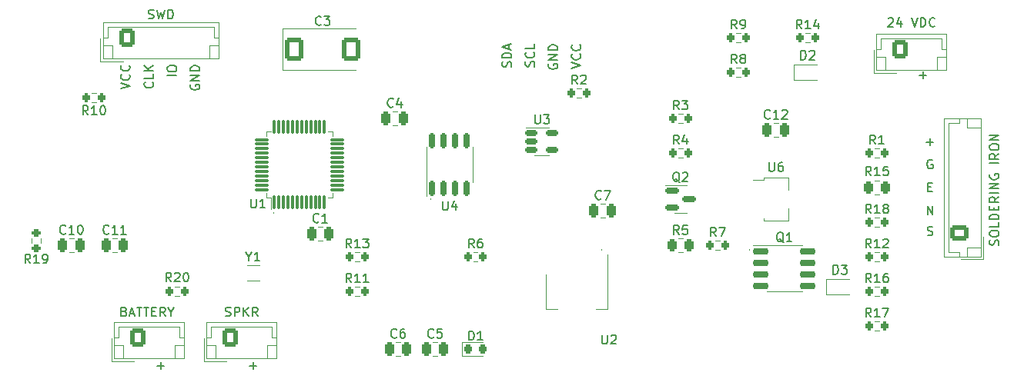
<source format=gbr>
%TF.GenerationSoftware,KiCad,Pcbnew,(6.0.4)*%
%TF.CreationDate,2022-05-05T14:57:31-04:00*%
%TF.ProjectId,KSGER Controller,4b534745-5220-4436-9f6e-74726f6c6c65,rev?*%
%TF.SameCoordinates,Original*%
%TF.FileFunction,Legend,Top*%
%TF.FilePolarity,Positive*%
%FSLAX46Y46*%
G04 Gerber Fmt 4.6, Leading zero omitted, Abs format (unit mm)*
G04 Created by KiCad (PCBNEW (6.0.4)) date 2022-05-05 14:57:31*
%MOMM*%
%LPD*%
G01*
G04 APERTURE LIST*
G04 Aperture macros list*
%AMRoundRect*
0 Rectangle with rounded corners*
0 $1 Rounding radius*
0 $2 $3 $4 $5 $6 $7 $8 $9 X,Y pos of 4 corners*
0 Add a 4 corners polygon primitive as box body*
4,1,4,$2,$3,$4,$5,$6,$7,$8,$9,$2,$3,0*
0 Add four circle primitives for the rounded corners*
1,1,$1+$1,$2,$3*
1,1,$1+$1,$4,$5*
1,1,$1+$1,$6,$7*
1,1,$1+$1,$8,$9*
0 Add four rect primitives between the rounded corners*
20,1,$1+$1,$2,$3,$4,$5,0*
20,1,$1+$1,$4,$5,$6,$7,0*
20,1,$1+$1,$6,$7,$8,$9,0*
20,1,$1+$1,$8,$9,$2,$3,0*%
%AMFreePoly0*
4,1,9,3.862500,-0.866500,0.737500,-0.866500,0.737500,-0.450000,-0.737500,-0.450000,-0.737500,0.450000,0.737500,0.450000,0.737500,0.866500,3.862500,0.866500,3.862500,-0.866500,3.862500,-0.866500,$1*%
G04 Aperture macros list end*
%ADD10C,0.150000*%
%ADD11C,0.120000*%
%ADD12RoundRect,0.150000X-0.512500X-0.150000X0.512500X-0.150000X0.512500X0.150000X-0.512500X0.150000X0*%
%ADD13RoundRect,0.218750X-0.218750X-0.256250X0.218750X-0.256250X0.218750X0.256250X-0.218750X0.256250X0*%
%ADD14C,0.800000*%
%ADD15C,6.400000*%
%ADD16RoundRect,0.250000X-0.250000X-0.475000X0.250000X-0.475000X0.250000X0.475000X-0.250000X0.475000X0*%
%ADD17RoundRect,0.250000X0.725000X-0.600000X0.725000X0.600000X-0.725000X0.600000X-0.725000X-0.600000X0*%
%ADD18O,1.950000X1.700000*%
%ADD19RoundRect,0.200000X-0.200000X-0.275000X0.200000X-0.275000X0.200000X0.275000X-0.200000X0.275000X0*%
%ADD20RoundRect,0.250000X0.262500X0.450000X-0.262500X0.450000X-0.262500X-0.450000X0.262500X-0.450000X0*%
%ADD21RoundRect,0.250000X-0.600000X-0.750000X0.600000X-0.750000X0.600000X0.750000X-0.600000X0.750000X0*%
%ADD22O,1.700000X2.000000*%
%ADD23RoundRect,0.250000X-0.600000X-0.725000X0.600000X-0.725000X0.600000X0.725000X-0.600000X0.725000X0*%
%ADD24O,1.700000X1.950000*%
%ADD25RoundRect,0.150000X-0.587500X-0.150000X0.587500X-0.150000X0.587500X0.150000X-0.587500X0.150000X0*%
%ADD26R,1.300000X0.900000*%
%ADD27FreePoly0,0.000000*%
%ADD28R,1.000000X1.800000*%
%ADD29RoundRect,0.150000X0.150000X-0.675000X0.150000X0.675000X-0.150000X0.675000X-0.150000X-0.675000X0*%
%ADD30RoundRect,0.200000X-0.275000X0.200000X-0.275000X-0.200000X0.275000X-0.200000X0.275000X0.200000X0*%
%ADD31R,0.600000X0.450000*%
%ADD32RoundRect,0.250000X-0.787500X-1.025000X0.787500X-1.025000X0.787500X1.025000X-0.787500X1.025000X0*%
%ADD33R,1.500000X2.000000*%
%ADD34R,3.800000X2.000000*%
%ADD35RoundRect,0.250000X-0.262500X-0.450000X0.262500X-0.450000X0.262500X0.450000X-0.262500X0.450000X0*%
%ADD36RoundRect,0.150000X-0.725000X-0.150000X0.725000X-0.150000X0.725000X0.150000X-0.725000X0.150000X0*%
%ADD37RoundRect,0.200000X0.200000X0.275000X-0.200000X0.275000X-0.200000X-0.275000X0.200000X-0.275000X0*%
%ADD38RoundRect,0.075000X0.075000X-0.662500X0.075000X0.662500X-0.075000X0.662500X-0.075000X-0.662500X0*%
%ADD39RoundRect,0.075000X0.662500X-0.075000X0.662500X0.075000X-0.662500X0.075000X-0.662500X-0.075000X0*%
%ADD40R,2.000000X2.000000*%
%ADD41C,2.000000*%
%ADD42R,2.000000X3.200000*%
%ADD43C,4.500000*%
%ADD44C,1.524000*%
G04 APERTURE END LIST*
D10*
X153924001Y-104648000D02*
G75*
G03*
X153924001Y-104648000I-1J0D01*
G01*
X135128001Y-99060000D02*
G75*
G03*
X135128001Y-99060000I-1J0D01*
G01*
X117856001Y-100584000D02*
G75*
G03*
X117856001Y-100584000I-1J0D01*
G01*
X170180001Y-104648000D02*
G75*
G03*
X170180001Y-104648000I-1J0D01*
G01*
X115189047Y-117419428D02*
X115950952Y-117419428D01*
X115570000Y-117800380D02*
X115570000Y-117038476D01*
X185388571Y-79176619D02*
X185436190Y-79129000D01*
X185531428Y-79081380D01*
X185769523Y-79081380D01*
X185864761Y-79129000D01*
X185912380Y-79176619D01*
X185960000Y-79271857D01*
X185960000Y-79367095D01*
X185912380Y-79509952D01*
X185340952Y-80081380D01*
X185960000Y-80081380D01*
X186817142Y-79414714D02*
X186817142Y-80081380D01*
X186579047Y-79033761D02*
X186340952Y-79748047D01*
X186960000Y-79748047D01*
X187960000Y-79081380D02*
X188293333Y-80081380D01*
X188626666Y-79081380D01*
X188960000Y-80081380D02*
X188960000Y-79081380D01*
X189198095Y-79081380D01*
X189340952Y-79129000D01*
X189436190Y-79224238D01*
X189483809Y-79319476D01*
X189531428Y-79509952D01*
X189531428Y-79652809D01*
X189483809Y-79843285D01*
X189436190Y-79938523D01*
X189340952Y-80033761D01*
X189198095Y-80081380D01*
X188960000Y-80081380D01*
X190531428Y-79986142D02*
X190483809Y-80033761D01*
X190340952Y-80081380D01*
X190245714Y-80081380D01*
X190102857Y-80033761D01*
X190007619Y-79938523D01*
X189960000Y-79843285D01*
X189912380Y-79652809D01*
X189912380Y-79509952D01*
X189960000Y-79319476D01*
X190007619Y-79224238D01*
X190102857Y-79129000D01*
X190245714Y-79081380D01*
X190340952Y-79081380D01*
X190483809Y-79129000D01*
X190531428Y-79176619D01*
X112514285Y-111910761D02*
X112657142Y-111958380D01*
X112895238Y-111958380D01*
X112990476Y-111910761D01*
X113038095Y-111863142D01*
X113085714Y-111767904D01*
X113085714Y-111672666D01*
X113038095Y-111577428D01*
X112990476Y-111529809D01*
X112895238Y-111482190D01*
X112704761Y-111434571D01*
X112609523Y-111386952D01*
X112561904Y-111339333D01*
X112514285Y-111244095D01*
X112514285Y-111148857D01*
X112561904Y-111053619D01*
X112609523Y-111006000D01*
X112704761Y-110958380D01*
X112942857Y-110958380D01*
X113085714Y-111006000D01*
X113514285Y-111958380D02*
X113514285Y-110958380D01*
X113895238Y-110958380D01*
X113990476Y-111006000D01*
X114038095Y-111053619D01*
X114085714Y-111148857D01*
X114085714Y-111291714D01*
X114038095Y-111386952D01*
X113990476Y-111434571D01*
X113895238Y-111482190D01*
X113514285Y-111482190D01*
X114514285Y-111958380D02*
X114514285Y-110958380D01*
X115085714Y-111958380D02*
X114657142Y-111386952D01*
X115085714Y-110958380D02*
X114514285Y-111529809D01*
X116085714Y-111958380D02*
X115752380Y-111482190D01*
X115514285Y-111958380D02*
X115514285Y-110958380D01*
X115895238Y-110958380D01*
X115990476Y-111006000D01*
X116038095Y-111053619D01*
X116085714Y-111148857D01*
X116085714Y-111291714D01*
X116038095Y-111386952D01*
X115990476Y-111434571D01*
X115895238Y-111482190D01*
X115514285Y-111482190D01*
X108720000Y-86457214D02*
X108672380Y-86552452D01*
X108672380Y-86695309D01*
X108720000Y-86838166D01*
X108815238Y-86933404D01*
X108910476Y-86981023D01*
X109100952Y-87028642D01*
X109243809Y-87028642D01*
X109434285Y-86981023D01*
X109529523Y-86933404D01*
X109624761Y-86838166D01*
X109672380Y-86695309D01*
X109672380Y-86600071D01*
X109624761Y-86457214D01*
X109577142Y-86409595D01*
X109243809Y-86409595D01*
X109243809Y-86600071D01*
X109672380Y-85981023D02*
X108672380Y-85981023D01*
X109672380Y-85409595D01*
X108672380Y-85409595D01*
X109672380Y-84933404D02*
X108672380Y-84933404D01*
X108672380Y-84695309D01*
X108720000Y-84552452D01*
X108815238Y-84457214D01*
X108910476Y-84409595D01*
X109100952Y-84361976D01*
X109243809Y-84361976D01*
X109434285Y-84409595D01*
X109529523Y-84457214D01*
X109624761Y-84552452D01*
X109672380Y-84695309D01*
X109672380Y-84933404D01*
X188849047Y-85415428D02*
X189610952Y-85415428D01*
X189230000Y-85796380D02*
X189230000Y-85034476D01*
X105029047Y-117419428D02*
X105790952Y-117419428D01*
X105410000Y-117800380D02*
X105410000Y-117038476D01*
X101003891Y-86905977D02*
X102003891Y-86572644D01*
X101003891Y-86239311D01*
X101908653Y-85334549D02*
X101956272Y-85382168D01*
X102003891Y-85525025D01*
X102003891Y-85620263D01*
X101956272Y-85763120D01*
X101861034Y-85858358D01*
X101765796Y-85905977D01*
X101575320Y-85953596D01*
X101432463Y-85953596D01*
X101241987Y-85905977D01*
X101146749Y-85858358D01*
X101051511Y-85763120D01*
X101003891Y-85620263D01*
X101003891Y-85525025D01*
X101051511Y-85382168D01*
X101099130Y-85334549D01*
X101908653Y-84334549D02*
X101956272Y-84382168D01*
X102003891Y-84525025D01*
X102003891Y-84620263D01*
X101956272Y-84763120D01*
X101861034Y-84858358D01*
X101765796Y-84905977D01*
X101575320Y-84953596D01*
X101432463Y-84953596D01*
X101241987Y-84905977D01*
X101146749Y-84858358D01*
X101051511Y-84763120D01*
X101003891Y-84620263D01*
X101003891Y-84525025D01*
X101051511Y-84382168D01*
X101099130Y-84334549D01*
X107132380Y-85457214D02*
X106132380Y-85457214D01*
X106132380Y-84790547D02*
X106132380Y-84600071D01*
X106180000Y-84504833D01*
X106275238Y-84409595D01*
X106465714Y-84361976D01*
X106799047Y-84361976D01*
X106989523Y-84409595D01*
X107084761Y-84504833D01*
X107132380Y-84600071D01*
X107132380Y-84790547D01*
X107084761Y-84885785D01*
X106989523Y-84981023D01*
X106799047Y-85028642D01*
X106465714Y-85028642D01*
X106275238Y-84981023D01*
X106180000Y-84885785D01*
X106132380Y-84790547D01*
X143914761Y-84504547D02*
X143962380Y-84361690D01*
X143962380Y-84123595D01*
X143914761Y-84028357D01*
X143867142Y-83980738D01*
X143771904Y-83933119D01*
X143676666Y-83933119D01*
X143581428Y-83980738D01*
X143533809Y-84028357D01*
X143486190Y-84123595D01*
X143438571Y-84314071D01*
X143390952Y-84409309D01*
X143343333Y-84456928D01*
X143248095Y-84504547D01*
X143152857Y-84504547D01*
X143057619Y-84456928D01*
X143010000Y-84409309D01*
X142962380Y-84314071D01*
X142962380Y-84075976D01*
X143010000Y-83933119D01*
X143962380Y-83504547D02*
X142962380Y-83504547D01*
X142962380Y-83266452D01*
X143010000Y-83123595D01*
X143105238Y-83028357D01*
X143200476Y-82980738D01*
X143390952Y-82933119D01*
X143533809Y-82933119D01*
X143724285Y-82980738D01*
X143819523Y-83028357D01*
X143914761Y-83123595D01*
X143962380Y-83266452D01*
X143962380Y-83504547D01*
X143676666Y-82552166D02*
X143676666Y-82075976D01*
X143962380Y-82647404D02*
X142962380Y-82314071D01*
X143962380Y-81980738D01*
X104052857Y-79144761D02*
X104195714Y-79192380D01*
X104433809Y-79192380D01*
X104529047Y-79144761D01*
X104576666Y-79097142D01*
X104624285Y-79001904D01*
X104624285Y-78906666D01*
X104576666Y-78811428D01*
X104529047Y-78763809D01*
X104433809Y-78716190D01*
X104243333Y-78668571D01*
X104148095Y-78620952D01*
X104100476Y-78573333D01*
X104052857Y-78478095D01*
X104052857Y-78382857D01*
X104100476Y-78287619D01*
X104148095Y-78240000D01*
X104243333Y-78192380D01*
X104481428Y-78192380D01*
X104624285Y-78240000D01*
X104957619Y-78192380D02*
X105195714Y-79192380D01*
X105386190Y-78478095D01*
X105576666Y-79192380D01*
X105814761Y-78192380D01*
X106195714Y-79192380D02*
X106195714Y-78192380D01*
X106433809Y-78192380D01*
X106576666Y-78240000D01*
X106671904Y-78335238D01*
X106719523Y-78430476D01*
X106767142Y-78620952D01*
X106767142Y-78763809D01*
X106719523Y-78954285D01*
X106671904Y-79049523D01*
X106576666Y-79144761D01*
X106433809Y-79192380D01*
X106195714Y-79192380D01*
X148090000Y-84171214D02*
X148042380Y-84266452D01*
X148042380Y-84409309D01*
X148090000Y-84552166D01*
X148185238Y-84647404D01*
X148280476Y-84695023D01*
X148470952Y-84742642D01*
X148613809Y-84742642D01*
X148804285Y-84695023D01*
X148899523Y-84647404D01*
X148994761Y-84552166D01*
X149042380Y-84409309D01*
X149042380Y-84314071D01*
X148994761Y-84171214D01*
X148947142Y-84123595D01*
X148613809Y-84123595D01*
X148613809Y-84314071D01*
X149042380Y-83695023D02*
X148042380Y-83695023D01*
X149042380Y-83123595D01*
X148042380Y-83123595D01*
X149042380Y-82647404D02*
X148042380Y-82647404D01*
X148042380Y-82409309D01*
X148090000Y-82266452D01*
X148185238Y-82171214D01*
X148280476Y-82123595D01*
X148470952Y-82075976D01*
X148613809Y-82075976D01*
X148804285Y-82123595D01*
X148899523Y-82171214D01*
X148994761Y-82266452D01*
X149042380Y-82409309D01*
X149042380Y-82647404D01*
X189777714Y-97718571D02*
X190111047Y-97718571D01*
X190253904Y-98242380D02*
X189777714Y-98242380D01*
X189777714Y-97242380D01*
X190253904Y-97242380D01*
X146454761Y-84456928D02*
X146502380Y-84314071D01*
X146502380Y-84075976D01*
X146454761Y-83980738D01*
X146407142Y-83933119D01*
X146311904Y-83885500D01*
X146216666Y-83885500D01*
X146121428Y-83933119D01*
X146073809Y-83980738D01*
X146026190Y-84075976D01*
X145978571Y-84266452D01*
X145930952Y-84361690D01*
X145883333Y-84409309D01*
X145788095Y-84456928D01*
X145692857Y-84456928D01*
X145597619Y-84409309D01*
X145550000Y-84361690D01*
X145502380Y-84266452D01*
X145502380Y-84028357D01*
X145550000Y-83885500D01*
X146407142Y-82885500D02*
X146454761Y-82933119D01*
X146502380Y-83075976D01*
X146502380Y-83171214D01*
X146454761Y-83314071D01*
X146359523Y-83409309D01*
X146264285Y-83456928D01*
X146073809Y-83504547D01*
X145930952Y-83504547D01*
X145740476Y-83456928D01*
X145645238Y-83409309D01*
X145550000Y-83314071D01*
X145502380Y-83171214D01*
X145502380Y-83075976D01*
X145550000Y-82933119D01*
X145597619Y-82885500D01*
X146502380Y-81980738D02*
X146502380Y-82456928D01*
X145502380Y-82456928D01*
X189706285Y-100782380D02*
X189706285Y-99782380D01*
X190277714Y-100782380D01*
X190277714Y-99782380D01*
X104497142Y-86171500D02*
X104544761Y-86219119D01*
X104592380Y-86361976D01*
X104592380Y-86457214D01*
X104544761Y-86600071D01*
X104449523Y-86695309D01*
X104354285Y-86742928D01*
X104163809Y-86790547D01*
X104020952Y-86790547D01*
X103830476Y-86742928D01*
X103735238Y-86695309D01*
X103640000Y-86600071D01*
X103592380Y-86457214D01*
X103592380Y-86361976D01*
X103640000Y-86219119D01*
X103687619Y-86171500D01*
X104592380Y-85266738D02*
X104592380Y-85742928D01*
X103592380Y-85742928D01*
X104592380Y-84933404D02*
X103592380Y-84933404D01*
X104592380Y-84361976D02*
X104020952Y-84790547D01*
X103592380Y-84361976D02*
X104163809Y-84933404D01*
X190253904Y-94750000D02*
X190158666Y-94702380D01*
X190015809Y-94702380D01*
X189872952Y-94750000D01*
X189777714Y-94845238D01*
X189730095Y-94940476D01*
X189682476Y-95130952D01*
X189682476Y-95273809D01*
X189730095Y-95464285D01*
X189777714Y-95559523D01*
X189872952Y-95654761D01*
X190015809Y-95702380D01*
X190111047Y-95702380D01*
X190253904Y-95654761D01*
X190301523Y-95607142D01*
X190301523Y-95273809D01*
X190111047Y-95273809D01*
X150582380Y-84647404D02*
X151582380Y-84314071D01*
X150582380Y-83980738D01*
X151487142Y-83075976D02*
X151534761Y-83123595D01*
X151582380Y-83266452D01*
X151582380Y-83361690D01*
X151534761Y-83504547D01*
X151439523Y-83599785D01*
X151344285Y-83647404D01*
X151153809Y-83695023D01*
X151010952Y-83695023D01*
X150820476Y-83647404D01*
X150725238Y-83599785D01*
X150630000Y-83504547D01*
X150582380Y-83361690D01*
X150582380Y-83266452D01*
X150630000Y-83123595D01*
X150677619Y-83075976D01*
X151487142Y-82075976D02*
X151534761Y-82123595D01*
X151582380Y-82266452D01*
X151582380Y-82361690D01*
X151534761Y-82504547D01*
X151439523Y-82599785D01*
X151344285Y-82647404D01*
X151153809Y-82695023D01*
X151010952Y-82695023D01*
X150820476Y-82647404D01*
X150725238Y-82599785D01*
X150630000Y-82504547D01*
X150582380Y-82361690D01*
X150582380Y-82266452D01*
X150630000Y-82123595D01*
X150677619Y-82075976D01*
X197508761Y-104139238D02*
X197556380Y-103996380D01*
X197556380Y-103758285D01*
X197508761Y-103663047D01*
X197461142Y-103615428D01*
X197365904Y-103567809D01*
X197270666Y-103567809D01*
X197175428Y-103615428D01*
X197127809Y-103663047D01*
X197080190Y-103758285D01*
X197032571Y-103948761D01*
X196984952Y-104044000D01*
X196937333Y-104091619D01*
X196842095Y-104139238D01*
X196746857Y-104139238D01*
X196651619Y-104091619D01*
X196604000Y-104044000D01*
X196556380Y-103948761D01*
X196556380Y-103710666D01*
X196604000Y-103567809D01*
X196556380Y-102948761D02*
X196556380Y-102758285D01*
X196604000Y-102663047D01*
X196699238Y-102567809D01*
X196889714Y-102520190D01*
X197223047Y-102520190D01*
X197413523Y-102567809D01*
X197508761Y-102663047D01*
X197556380Y-102758285D01*
X197556380Y-102948761D01*
X197508761Y-103044000D01*
X197413523Y-103139238D01*
X197223047Y-103186857D01*
X196889714Y-103186857D01*
X196699238Y-103139238D01*
X196604000Y-103044000D01*
X196556380Y-102948761D01*
X197556380Y-101615428D02*
X197556380Y-102091619D01*
X196556380Y-102091619D01*
X197556380Y-101282095D02*
X196556380Y-101282095D01*
X196556380Y-101044000D01*
X196604000Y-100901142D01*
X196699238Y-100805904D01*
X196794476Y-100758285D01*
X196984952Y-100710666D01*
X197127809Y-100710666D01*
X197318285Y-100758285D01*
X197413523Y-100805904D01*
X197508761Y-100901142D01*
X197556380Y-101044000D01*
X197556380Y-101282095D01*
X197032571Y-100282095D02*
X197032571Y-99948761D01*
X197556380Y-99805904D02*
X197556380Y-100282095D01*
X196556380Y-100282095D01*
X196556380Y-99805904D01*
X197556380Y-98805904D02*
X197080190Y-99139238D01*
X197556380Y-99377333D02*
X196556380Y-99377333D01*
X196556380Y-98996380D01*
X196604000Y-98901142D01*
X196651619Y-98853523D01*
X196746857Y-98805904D01*
X196889714Y-98805904D01*
X196984952Y-98853523D01*
X197032571Y-98901142D01*
X197080190Y-98996380D01*
X197080190Y-99377333D01*
X197556380Y-98377333D02*
X196556380Y-98377333D01*
X197556380Y-97901142D02*
X196556380Y-97901142D01*
X197556380Y-97329714D01*
X196556380Y-97329714D01*
X196604000Y-96329714D02*
X196556380Y-96424952D01*
X196556380Y-96567809D01*
X196604000Y-96710666D01*
X196699238Y-96805904D01*
X196794476Y-96853523D01*
X196984952Y-96901142D01*
X197127809Y-96901142D01*
X197318285Y-96853523D01*
X197413523Y-96805904D01*
X197508761Y-96710666D01*
X197556380Y-96567809D01*
X197556380Y-96472571D01*
X197508761Y-96329714D01*
X197461142Y-96282095D01*
X197127809Y-96282095D01*
X197127809Y-96472571D01*
X197556380Y-95091619D02*
X196556380Y-95091619D01*
X197556380Y-94044000D02*
X197080190Y-94377333D01*
X197556380Y-94615428D02*
X196556380Y-94615428D01*
X196556380Y-94234476D01*
X196604000Y-94139238D01*
X196651619Y-94091619D01*
X196746857Y-94044000D01*
X196889714Y-94044000D01*
X196984952Y-94091619D01*
X197032571Y-94139238D01*
X197080190Y-94234476D01*
X197080190Y-94615428D01*
X196556380Y-93424952D02*
X196556380Y-93234476D01*
X196604000Y-93139238D01*
X196699238Y-93044000D01*
X196889714Y-92996380D01*
X197223047Y-92996380D01*
X197413523Y-93044000D01*
X197508761Y-93139238D01*
X197556380Y-93234476D01*
X197556380Y-93424952D01*
X197508761Y-93520190D01*
X197413523Y-93615428D01*
X197223047Y-93663047D01*
X196889714Y-93663047D01*
X196699238Y-93615428D01*
X196604000Y-93520190D01*
X196556380Y-93424952D01*
X197556380Y-92567809D02*
X196556380Y-92567809D01*
X197556380Y-91996380D01*
X196556380Y-91996380D01*
X101386000Y-111434571D02*
X101528857Y-111482190D01*
X101576476Y-111529809D01*
X101624095Y-111625047D01*
X101624095Y-111767904D01*
X101576476Y-111863142D01*
X101528857Y-111910761D01*
X101433619Y-111958380D01*
X101052666Y-111958380D01*
X101052666Y-110958380D01*
X101386000Y-110958380D01*
X101481238Y-111006000D01*
X101528857Y-111053619D01*
X101576476Y-111148857D01*
X101576476Y-111244095D01*
X101528857Y-111339333D01*
X101481238Y-111386952D01*
X101386000Y-111434571D01*
X101052666Y-111434571D01*
X102005047Y-111672666D02*
X102481238Y-111672666D01*
X101909809Y-111958380D02*
X102243142Y-110958380D01*
X102576476Y-111958380D01*
X102766952Y-110958380D02*
X103338380Y-110958380D01*
X103052666Y-111958380D02*
X103052666Y-110958380D01*
X103528857Y-110958380D02*
X104100285Y-110958380D01*
X103814571Y-111958380D02*
X103814571Y-110958380D01*
X104433619Y-111434571D02*
X104766952Y-111434571D01*
X104909809Y-111958380D02*
X104433619Y-111958380D01*
X104433619Y-110958380D01*
X104909809Y-110958380D01*
X105909809Y-111958380D02*
X105576476Y-111482190D01*
X105338380Y-111958380D02*
X105338380Y-110958380D01*
X105719333Y-110958380D01*
X105814571Y-111006000D01*
X105862190Y-111053619D01*
X105909809Y-111148857D01*
X105909809Y-111291714D01*
X105862190Y-111386952D01*
X105814571Y-111434571D01*
X105719333Y-111482190D01*
X105338380Y-111482190D01*
X106528857Y-111482190D02*
X106528857Y-111958380D01*
X106195523Y-110958380D02*
X106528857Y-111482190D01*
X106862190Y-110958380D01*
X189611047Y-92781428D02*
X190372952Y-92781428D01*
X189992000Y-93162380D02*
X189992000Y-92400476D01*
X189706285Y-103020761D02*
X189849142Y-103068380D01*
X190087238Y-103068380D01*
X190182476Y-103020761D01*
X190230095Y-102973142D01*
X190277714Y-102877904D01*
X190277714Y-102782666D01*
X190230095Y-102687428D01*
X190182476Y-102639809D01*
X190087238Y-102592190D01*
X189896761Y-102544571D01*
X189801523Y-102496952D01*
X189753904Y-102449333D01*
X189706285Y-102354095D01*
X189706285Y-102258857D01*
X189753904Y-102163619D01*
X189801523Y-102116000D01*
X189896761Y-102068380D01*
X190134857Y-102068380D01*
X190277714Y-102116000D01*
%TO.C,U3*%
X146558095Y-89762380D02*
X146558095Y-90571904D01*
X146605714Y-90667142D01*
X146653333Y-90714761D01*
X146748571Y-90762380D01*
X146939047Y-90762380D01*
X147034285Y-90714761D01*
X147081904Y-90667142D01*
X147129523Y-90571904D01*
X147129523Y-89762380D01*
X147510476Y-89762380D02*
X148129523Y-89762380D01*
X147796190Y-90143333D01*
X147939047Y-90143333D01*
X148034285Y-90190952D01*
X148081904Y-90238571D01*
X148129523Y-90333809D01*
X148129523Y-90571904D01*
X148081904Y-90667142D01*
X148034285Y-90714761D01*
X147939047Y-90762380D01*
X147653333Y-90762380D01*
X147558095Y-90714761D01*
X147510476Y-90667142D01*
%TO.C,D1*%
X139281904Y-114592380D02*
X139281904Y-113592380D01*
X139520000Y-113592380D01*
X139662857Y-113640000D01*
X139758095Y-113735238D01*
X139805714Y-113830476D01*
X139853333Y-114020952D01*
X139853333Y-114163809D01*
X139805714Y-114354285D01*
X139758095Y-114449523D01*
X139662857Y-114544761D01*
X139520000Y-114592380D01*
X139281904Y-114592380D01*
X140805714Y-114592380D02*
X140234285Y-114592380D01*
X140520000Y-114592380D02*
X140520000Y-113592380D01*
X140424761Y-113735238D01*
X140329523Y-113830476D01*
X140234285Y-113878095D01*
%TO.C,C12*%
X172397142Y-90117142D02*
X172349523Y-90164761D01*
X172206666Y-90212380D01*
X172111428Y-90212380D01*
X171968571Y-90164761D01*
X171873333Y-90069523D01*
X171825714Y-89974285D01*
X171778095Y-89783809D01*
X171778095Y-89640952D01*
X171825714Y-89450476D01*
X171873333Y-89355238D01*
X171968571Y-89260000D01*
X172111428Y-89212380D01*
X172206666Y-89212380D01*
X172349523Y-89260000D01*
X172397142Y-89307619D01*
X173349523Y-90212380D02*
X172778095Y-90212380D01*
X173063809Y-90212380D02*
X173063809Y-89212380D01*
X172968571Y-89355238D01*
X172873333Y-89450476D01*
X172778095Y-89498095D01*
X173730476Y-89307619D02*
X173778095Y-89260000D01*
X173873333Y-89212380D01*
X174111428Y-89212380D01*
X174206666Y-89260000D01*
X174254285Y-89307619D01*
X174301904Y-89402857D01*
X174301904Y-89498095D01*
X174254285Y-89640952D01*
X173682857Y-90212380D01*
X174301904Y-90212380D01*
%TO.C,R13*%
X126357142Y-104432380D02*
X126023809Y-103956190D01*
X125785714Y-104432380D02*
X125785714Y-103432380D01*
X126166666Y-103432380D01*
X126261904Y-103480000D01*
X126309523Y-103527619D01*
X126357142Y-103622857D01*
X126357142Y-103765714D01*
X126309523Y-103860952D01*
X126261904Y-103908571D01*
X126166666Y-103956190D01*
X125785714Y-103956190D01*
X127309523Y-104432380D02*
X126738095Y-104432380D01*
X127023809Y-104432380D02*
X127023809Y-103432380D01*
X126928571Y-103575238D01*
X126833333Y-103670476D01*
X126738095Y-103718095D01*
X127642857Y-103432380D02*
X128261904Y-103432380D01*
X127928571Y-103813333D01*
X128071428Y-103813333D01*
X128166666Y-103860952D01*
X128214285Y-103908571D01*
X128261904Y-104003809D01*
X128261904Y-104241904D01*
X128214285Y-104337142D01*
X128166666Y-104384761D01*
X128071428Y-104432380D01*
X127785714Y-104432380D01*
X127690476Y-104384761D01*
X127642857Y-104337142D01*
%TO.C,R15*%
X183507142Y-96464380D02*
X183173809Y-95988190D01*
X182935714Y-96464380D02*
X182935714Y-95464380D01*
X183316666Y-95464380D01*
X183411904Y-95512000D01*
X183459523Y-95559619D01*
X183507142Y-95654857D01*
X183507142Y-95797714D01*
X183459523Y-95892952D01*
X183411904Y-95940571D01*
X183316666Y-95988190D01*
X182935714Y-95988190D01*
X184459523Y-96464380D02*
X183888095Y-96464380D01*
X184173809Y-96464380D02*
X184173809Y-95464380D01*
X184078571Y-95607238D01*
X183983333Y-95702476D01*
X183888095Y-95750095D01*
X185364285Y-95464380D02*
X184888095Y-95464380D01*
X184840476Y-95940571D01*
X184888095Y-95892952D01*
X184983333Y-95845333D01*
X185221428Y-95845333D01*
X185316666Y-95892952D01*
X185364285Y-95940571D01*
X185411904Y-96035809D01*
X185411904Y-96273904D01*
X185364285Y-96369142D01*
X185316666Y-96416761D01*
X185221428Y-96464380D01*
X184983333Y-96464380D01*
X184888095Y-96416761D01*
X184840476Y-96369142D01*
%TO.C,R17*%
X183507142Y-112052380D02*
X183173809Y-111576190D01*
X182935714Y-112052380D02*
X182935714Y-111052380D01*
X183316666Y-111052380D01*
X183411904Y-111100000D01*
X183459523Y-111147619D01*
X183507142Y-111242857D01*
X183507142Y-111385714D01*
X183459523Y-111480952D01*
X183411904Y-111528571D01*
X183316666Y-111576190D01*
X182935714Y-111576190D01*
X184459523Y-112052380D02*
X183888095Y-112052380D01*
X184173809Y-112052380D02*
X184173809Y-111052380D01*
X184078571Y-111195238D01*
X183983333Y-111290476D01*
X183888095Y-111338095D01*
X184792857Y-111052380D02*
X185459523Y-111052380D01*
X185030952Y-112052380D01*
%TO.C,R3*%
X162393333Y-89192380D02*
X162060000Y-88716190D01*
X161821904Y-89192380D02*
X161821904Y-88192380D01*
X162202857Y-88192380D01*
X162298095Y-88240000D01*
X162345714Y-88287619D01*
X162393333Y-88382857D01*
X162393333Y-88525714D01*
X162345714Y-88620952D01*
X162298095Y-88668571D01*
X162202857Y-88716190D01*
X161821904Y-88716190D01*
X162726666Y-88192380D02*
X163345714Y-88192380D01*
X163012380Y-88573333D01*
X163155238Y-88573333D01*
X163250476Y-88620952D01*
X163298095Y-88668571D01*
X163345714Y-88763809D01*
X163345714Y-89001904D01*
X163298095Y-89097142D01*
X163250476Y-89144761D01*
X163155238Y-89192380D01*
X162869523Y-89192380D01*
X162774285Y-89144761D01*
X162726666Y-89097142D01*
%TO.C,R9*%
X168743333Y-80302380D02*
X168410000Y-79826190D01*
X168171904Y-80302380D02*
X168171904Y-79302380D01*
X168552857Y-79302380D01*
X168648095Y-79350000D01*
X168695714Y-79397619D01*
X168743333Y-79492857D01*
X168743333Y-79635714D01*
X168695714Y-79730952D01*
X168648095Y-79778571D01*
X168552857Y-79826190D01*
X168171904Y-79826190D01*
X169219523Y-80302380D02*
X169410000Y-80302380D01*
X169505238Y-80254761D01*
X169552857Y-80207142D01*
X169648095Y-80064285D01*
X169695714Y-79873809D01*
X169695714Y-79492857D01*
X169648095Y-79397619D01*
X169600476Y-79350000D01*
X169505238Y-79302380D01*
X169314761Y-79302380D01*
X169219523Y-79350000D01*
X169171904Y-79397619D01*
X169124285Y-79492857D01*
X169124285Y-79730952D01*
X169171904Y-79826190D01*
X169219523Y-79873809D01*
X169314761Y-79921428D01*
X169505238Y-79921428D01*
X169600476Y-79873809D01*
X169648095Y-79826190D01*
X169695714Y-79730952D01*
%TO.C,R4*%
X162393333Y-93002380D02*
X162060000Y-92526190D01*
X161821904Y-93002380D02*
X161821904Y-92002380D01*
X162202857Y-92002380D01*
X162298095Y-92050000D01*
X162345714Y-92097619D01*
X162393333Y-92192857D01*
X162393333Y-92335714D01*
X162345714Y-92430952D01*
X162298095Y-92478571D01*
X162202857Y-92526190D01*
X161821904Y-92526190D01*
X163250476Y-92335714D02*
X163250476Y-93002380D01*
X163012380Y-91954761D02*
X162774285Y-92669047D01*
X163393333Y-92669047D01*
%TO.C,Q2*%
X162464761Y-97207619D02*
X162369523Y-97160000D01*
X162274285Y-97064761D01*
X162131428Y-96921904D01*
X162036190Y-96874285D01*
X161940952Y-96874285D01*
X161988571Y-97112380D02*
X161893333Y-97064761D01*
X161798095Y-96969523D01*
X161750476Y-96779047D01*
X161750476Y-96445714D01*
X161798095Y-96255238D01*
X161893333Y-96160000D01*
X161988571Y-96112380D01*
X162179047Y-96112380D01*
X162274285Y-96160000D01*
X162369523Y-96255238D01*
X162417142Y-96445714D01*
X162417142Y-96779047D01*
X162369523Y-96969523D01*
X162274285Y-97064761D01*
X162179047Y-97112380D01*
X161988571Y-97112380D01*
X162798095Y-96207619D02*
X162845714Y-96160000D01*
X162940952Y-96112380D01*
X163179047Y-96112380D01*
X163274285Y-96160000D01*
X163321904Y-96207619D01*
X163369523Y-96302857D01*
X163369523Y-96398095D01*
X163321904Y-96540952D01*
X162750476Y-97112380D01*
X163369523Y-97112380D01*
%TO.C,R11*%
X126357142Y-108242380D02*
X126023809Y-107766190D01*
X125785714Y-108242380D02*
X125785714Y-107242380D01*
X126166666Y-107242380D01*
X126261904Y-107290000D01*
X126309523Y-107337619D01*
X126357142Y-107432857D01*
X126357142Y-107575714D01*
X126309523Y-107670952D01*
X126261904Y-107718571D01*
X126166666Y-107766190D01*
X125785714Y-107766190D01*
X127309523Y-108242380D02*
X126738095Y-108242380D01*
X127023809Y-108242380D02*
X127023809Y-107242380D01*
X126928571Y-107385238D01*
X126833333Y-107480476D01*
X126738095Y-107528095D01*
X128261904Y-108242380D02*
X127690476Y-108242380D01*
X127976190Y-108242380D02*
X127976190Y-107242380D01*
X127880952Y-107385238D01*
X127785714Y-107480476D01*
X127690476Y-107528095D01*
%TO.C,C4*%
X130963333Y-88847142D02*
X130915714Y-88894761D01*
X130772857Y-88942380D01*
X130677619Y-88942380D01*
X130534761Y-88894761D01*
X130439523Y-88799523D01*
X130391904Y-88704285D01*
X130344285Y-88513809D01*
X130344285Y-88370952D01*
X130391904Y-88180476D01*
X130439523Y-88085238D01*
X130534761Y-87990000D01*
X130677619Y-87942380D01*
X130772857Y-87942380D01*
X130915714Y-87990000D01*
X130963333Y-88037619D01*
X131820476Y-88275714D02*
X131820476Y-88942380D01*
X131582380Y-87894761D02*
X131344285Y-88609047D01*
X131963333Y-88609047D01*
%TO.C,U6*%
X172293095Y-95012380D02*
X172293095Y-95821904D01*
X172340714Y-95917142D01*
X172388333Y-95964761D01*
X172483571Y-96012380D01*
X172674047Y-96012380D01*
X172769285Y-95964761D01*
X172816904Y-95917142D01*
X172864523Y-95821904D01*
X172864523Y-95012380D01*
X173769285Y-95012380D02*
X173578809Y-95012380D01*
X173483571Y-95060000D01*
X173435952Y-95107619D01*
X173340714Y-95250476D01*
X173293095Y-95440952D01*
X173293095Y-95821904D01*
X173340714Y-95917142D01*
X173388333Y-95964761D01*
X173483571Y-96012380D01*
X173674047Y-96012380D01*
X173769285Y-95964761D01*
X173816904Y-95917142D01*
X173864523Y-95821904D01*
X173864523Y-95583809D01*
X173816904Y-95488571D01*
X173769285Y-95440952D01*
X173674047Y-95393333D01*
X173483571Y-95393333D01*
X173388333Y-95440952D01*
X173340714Y-95488571D01*
X173293095Y-95583809D01*
%TO.C,R6*%
X139853333Y-104432380D02*
X139520000Y-103956190D01*
X139281904Y-104432380D02*
X139281904Y-103432380D01*
X139662857Y-103432380D01*
X139758095Y-103480000D01*
X139805714Y-103527619D01*
X139853333Y-103622857D01*
X139853333Y-103765714D01*
X139805714Y-103860952D01*
X139758095Y-103908571D01*
X139662857Y-103956190D01*
X139281904Y-103956190D01*
X140710476Y-103432380D02*
X140520000Y-103432380D01*
X140424761Y-103480000D01*
X140377142Y-103527619D01*
X140281904Y-103670476D01*
X140234285Y-103860952D01*
X140234285Y-104241904D01*
X140281904Y-104337142D01*
X140329523Y-104384761D01*
X140424761Y-104432380D01*
X140615238Y-104432380D01*
X140710476Y-104384761D01*
X140758095Y-104337142D01*
X140805714Y-104241904D01*
X140805714Y-104003809D01*
X140758095Y-103908571D01*
X140710476Y-103860952D01*
X140615238Y-103813333D01*
X140424761Y-103813333D01*
X140329523Y-103860952D01*
X140281904Y-103908571D01*
X140234285Y-104003809D01*
%TO.C,Y1*%
X115093809Y-105386190D02*
X115093809Y-105862380D01*
X114760476Y-104862380D02*
X115093809Y-105386190D01*
X115427142Y-104862380D01*
X116284285Y-105862380D02*
X115712857Y-105862380D01*
X115998571Y-105862380D02*
X115998571Y-104862380D01*
X115903333Y-105005238D01*
X115808095Y-105100476D01*
X115712857Y-105148095D01*
%TO.C,R8*%
X168743333Y-84112380D02*
X168410000Y-83636190D01*
X168171904Y-84112380D02*
X168171904Y-83112380D01*
X168552857Y-83112380D01*
X168648095Y-83160000D01*
X168695714Y-83207619D01*
X168743333Y-83302857D01*
X168743333Y-83445714D01*
X168695714Y-83540952D01*
X168648095Y-83588571D01*
X168552857Y-83636190D01*
X168171904Y-83636190D01*
X169314761Y-83540952D02*
X169219523Y-83493333D01*
X169171904Y-83445714D01*
X169124285Y-83350476D01*
X169124285Y-83302857D01*
X169171904Y-83207619D01*
X169219523Y-83160000D01*
X169314761Y-83112380D01*
X169505238Y-83112380D01*
X169600476Y-83160000D01*
X169648095Y-83207619D01*
X169695714Y-83302857D01*
X169695714Y-83350476D01*
X169648095Y-83445714D01*
X169600476Y-83493333D01*
X169505238Y-83540952D01*
X169314761Y-83540952D01*
X169219523Y-83588571D01*
X169171904Y-83636190D01*
X169124285Y-83731428D01*
X169124285Y-83921904D01*
X169171904Y-84017142D01*
X169219523Y-84064761D01*
X169314761Y-84112380D01*
X169505238Y-84112380D01*
X169600476Y-84064761D01*
X169648095Y-84017142D01*
X169695714Y-83921904D01*
X169695714Y-83731428D01*
X169648095Y-83636190D01*
X169600476Y-83588571D01*
X169505238Y-83540952D01*
%TO.C,C11*%
X99687142Y-102817142D02*
X99639523Y-102864761D01*
X99496666Y-102912380D01*
X99401428Y-102912380D01*
X99258571Y-102864761D01*
X99163333Y-102769523D01*
X99115714Y-102674285D01*
X99068095Y-102483809D01*
X99068095Y-102340952D01*
X99115714Y-102150476D01*
X99163333Y-102055238D01*
X99258571Y-101960000D01*
X99401428Y-101912380D01*
X99496666Y-101912380D01*
X99639523Y-101960000D01*
X99687142Y-102007619D01*
X100639523Y-102912380D02*
X100068095Y-102912380D01*
X100353809Y-102912380D02*
X100353809Y-101912380D01*
X100258571Y-102055238D01*
X100163333Y-102150476D01*
X100068095Y-102198095D01*
X101591904Y-102912380D02*
X101020476Y-102912380D01*
X101306190Y-102912380D02*
X101306190Y-101912380D01*
X101210952Y-102055238D01*
X101115714Y-102150476D01*
X101020476Y-102198095D01*
%TO.C,U4*%
X136398095Y-99274380D02*
X136398095Y-100083904D01*
X136445714Y-100179142D01*
X136493333Y-100226761D01*
X136588571Y-100274380D01*
X136779047Y-100274380D01*
X136874285Y-100226761D01*
X136921904Y-100179142D01*
X136969523Y-100083904D01*
X136969523Y-99274380D01*
X137874285Y-99607714D02*
X137874285Y-100274380D01*
X137636190Y-99226761D02*
X137398095Y-99941047D01*
X138017142Y-99941047D01*
%TO.C,C5*%
X135403333Y-114247142D02*
X135355714Y-114294761D01*
X135212857Y-114342380D01*
X135117619Y-114342380D01*
X134974761Y-114294761D01*
X134879523Y-114199523D01*
X134831904Y-114104285D01*
X134784285Y-113913809D01*
X134784285Y-113770952D01*
X134831904Y-113580476D01*
X134879523Y-113485238D01*
X134974761Y-113390000D01*
X135117619Y-113342380D01*
X135212857Y-113342380D01*
X135355714Y-113390000D01*
X135403333Y-113437619D01*
X136308095Y-113342380D02*
X135831904Y-113342380D01*
X135784285Y-113818571D01*
X135831904Y-113770952D01*
X135927142Y-113723333D01*
X136165238Y-113723333D01*
X136260476Y-113770952D01*
X136308095Y-113818571D01*
X136355714Y-113913809D01*
X136355714Y-114151904D01*
X136308095Y-114247142D01*
X136260476Y-114294761D01*
X136165238Y-114342380D01*
X135927142Y-114342380D01*
X135831904Y-114294761D01*
X135784285Y-114247142D01*
%TO.C,R19*%
X91051142Y-106116380D02*
X90717809Y-105640190D01*
X90479714Y-106116380D02*
X90479714Y-105116380D01*
X90860666Y-105116380D01*
X90955904Y-105164000D01*
X91003523Y-105211619D01*
X91051142Y-105306857D01*
X91051142Y-105449714D01*
X91003523Y-105544952D01*
X90955904Y-105592571D01*
X90860666Y-105640190D01*
X90479714Y-105640190D01*
X92003523Y-106116380D02*
X91432095Y-106116380D01*
X91717809Y-106116380D02*
X91717809Y-105116380D01*
X91622571Y-105259238D01*
X91527333Y-105354476D01*
X91432095Y-105402095D01*
X92479714Y-106116380D02*
X92670190Y-106116380D01*
X92765428Y-106068761D01*
X92813047Y-106021142D01*
X92908285Y-105878285D01*
X92955904Y-105687809D01*
X92955904Y-105306857D01*
X92908285Y-105211619D01*
X92860666Y-105164000D01*
X92765428Y-105116380D01*
X92574952Y-105116380D01*
X92479714Y-105164000D01*
X92432095Y-105211619D01*
X92384476Y-105306857D01*
X92384476Y-105544952D01*
X92432095Y-105640190D01*
X92479714Y-105687809D01*
X92574952Y-105735428D01*
X92765428Y-105735428D01*
X92860666Y-105687809D01*
X92908285Y-105640190D01*
X92955904Y-105544952D01*
%TO.C,R2*%
X151217333Y-86398380D02*
X150884000Y-85922190D01*
X150645904Y-86398380D02*
X150645904Y-85398380D01*
X151026857Y-85398380D01*
X151122095Y-85446000D01*
X151169714Y-85493619D01*
X151217333Y-85588857D01*
X151217333Y-85731714D01*
X151169714Y-85826952D01*
X151122095Y-85874571D01*
X151026857Y-85922190D01*
X150645904Y-85922190D01*
X151598285Y-85493619D02*
X151645904Y-85446000D01*
X151741142Y-85398380D01*
X151979238Y-85398380D01*
X152074476Y-85446000D01*
X152122095Y-85493619D01*
X152169714Y-85588857D01*
X152169714Y-85684095D01*
X152122095Y-85826952D01*
X151550666Y-86398380D01*
X152169714Y-86398380D01*
%TO.C,D3*%
X179347904Y-107314380D02*
X179347904Y-106314380D01*
X179586000Y-106314380D01*
X179728857Y-106362000D01*
X179824095Y-106457238D01*
X179871714Y-106552476D01*
X179919333Y-106742952D01*
X179919333Y-106885809D01*
X179871714Y-107076285D01*
X179824095Y-107171523D01*
X179728857Y-107266761D01*
X179586000Y-107314380D01*
X179347904Y-107314380D01*
X180252666Y-106314380D02*
X180871714Y-106314380D01*
X180538380Y-106695333D01*
X180681238Y-106695333D01*
X180776476Y-106742952D01*
X180824095Y-106790571D01*
X180871714Y-106885809D01*
X180871714Y-107123904D01*
X180824095Y-107219142D01*
X180776476Y-107266761D01*
X180681238Y-107314380D01*
X180395523Y-107314380D01*
X180300285Y-107266761D01*
X180252666Y-107219142D01*
%TO.C,C7*%
X153823333Y-99007142D02*
X153775714Y-99054761D01*
X153632857Y-99102380D01*
X153537619Y-99102380D01*
X153394761Y-99054761D01*
X153299523Y-98959523D01*
X153251904Y-98864285D01*
X153204285Y-98673809D01*
X153204285Y-98530952D01*
X153251904Y-98340476D01*
X153299523Y-98245238D01*
X153394761Y-98150000D01*
X153537619Y-98102380D01*
X153632857Y-98102380D01*
X153775714Y-98150000D01*
X153823333Y-98197619D01*
X154156666Y-98102380D02*
X154823333Y-98102380D01*
X154394761Y-99102380D01*
%TO.C,C1*%
X122769333Y-101547142D02*
X122721714Y-101594761D01*
X122578857Y-101642380D01*
X122483619Y-101642380D01*
X122340761Y-101594761D01*
X122245523Y-101499523D01*
X122197904Y-101404285D01*
X122150285Y-101213809D01*
X122150285Y-101070952D01*
X122197904Y-100880476D01*
X122245523Y-100785238D01*
X122340761Y-100690000D01*
X122483619Y-100642380D01*
X122578857Y-100642380D01*
X122721714Y-100690000D01*
X122769333Y-100737619D01*
X123721714Y-101642380D02*
X123150285Y-101642380D01*
X123436000Y-101642380D02*
X123436000Y-100642380D01*
X123340761Y-100785238D01*
X123245523Y-100880476D01*
X123150285Y-100928095D01*
%TO.C,R12*%
X183507142Y-104432380D02*
X183173809Y-103956190D01*
X182935714Y-104432380D02*
X182935714Y-103432380D01*
X183316666Y-103432380D01*
X183411904Y-103480000D01*
X183459523Y-103527619D01*
X183507142Y-103622857D01*
X183507142Y-103765714D01*
X183459523Y-103860952D01*
X183411904Y-103908571D01*
X183316666Y-103956190D01*
X182935714Y-103956190D01*
X184459523Y-104432380D02*
X183888095Y-104432380D01*
X184173809Y-104432380D02*
X184173809Y-103432380D01*
X184078571Y-103575238D01*
X183983333Y-103670476D01*
X183888095Y-103718095D01*
X184840476Y-103527619D02*
X184888095Y-103480000D01*
X184983333Y-103432380D01*
X185221428Y-103432380D01*
X185316666Y-103480000D01*
X185364285Y-103527619D01*
X185411904Y-103622857D01*
X185411904Y-103718095D01*
X185364285Y-103860952D01*
X184792857Y-104432380D01*
X185411904Y-104432380D01*
%TO.C,R16*%
X183507142Y-108242380D02*
X183173809Y-107766190D01*
X182935714Y-108242380D02*
X182935714Y-107242380D01*
X183316666Y-107242380D01*
X183411904Y-107290000D01*
X183459523Y-107337619D01*
X183507142Y-107432857D01*
X183507142Y-107575714D01*
X183459523Y-107670952D01*
X183411904Y-107718571D01*
X183316666Y-107766190D01*
X182935714Y-107766190D01*
X184459523Y-108242380D02*
X183888095Y-108242380D01*
X184173809Y-108242380D02*
X184173809Y-107242380D01*
X184078571Y-107385238D01*
X183983333Y-107480476D01*
X183888095Y-107528095D01*
X185316666Y-107242380D02*
X185126190Y-107242380D01*
X185030952Y-107290000D01*
X184983333Y-107337619D01*
X184888095Y-107480476D01*
X184840476Y-107670952D01*
X184840476Y-108051904D01*
X184888095Y-108147142D01*
X184935714Y-108194761D01*
X185030952Y-108242380D01*
X185221428Y-108242380D01*
X185316666Y-108194761D01*
X185364285Y-108147142D01*
X185411904Y-108051904D01*
X185411904Y-107813809D01*
X185364285Y-107718571D01*
X185316666Y-107670952D01*
X185221428Y-107623333D01*
X185030952Y-107623333D01*
X184935714Y-107670952D01*
X184888095Y-107718571D01*
X184840476Y-107813809D01*
%TO.C,C3*%
X123023333Y-79807142D02*
X122975714Y-79854761D01*
X122832857Y-79902380D01*
X122737619Y-79902380D01*
X122594761Y-79854761D01*
X122499523Y-79759523D01*
X122451904Y-79664285D01*
X122404285Y-79473809D01*
X122404285Y-79330952D01*
X122451904Y-79140476D01*
X122499523Y-79045238D01*
X122594761Y-78950000D01*
X122737619Y-78902380D01*
X122832857Y-78902380D01*
X122975714Y-78950000D01*
X123023333Y-78997619D01*
X123356666Y-78902380D02*
X123975714Y-78902380D01*
X123642380Y-79283333D01*
X123785238Y-79283333D01*
X123880476Y-79330952D01*
X123928095Y-79378571D01*
X123975714Y-79473809D01*
X123975714Y-79711904D01*
X123928095Y-79807142D01*
X123880476Y-79854761D01*
X123785238Y-79902380D01*
X123499523Y-79902380D01*
X123404285Y-79854761D01*
X123356666Y-79807142D01*
%TO.C,U2*%
X153924095Y-114006380D02*
X153924095Y-114815904D01*
X153971714Y-114911142D01*
X154019333Y-114958761D01*
X154114571Y-115006380D01*
X154305047Y-115006380D01*
X154400285Y-114958761D01*
X154447904Y-114911142D01*
X154495523Y-114815904D01*
X154495523Y-114006380D01*
X154924095Y-114101619D02*
X154971714Y-114054000D01*
X155066952Y-114006380D01*
X155305047Y-114006380D01*
X155400285Y-114054000D01*
X155447904Y-114101619D01*
X155495523Y-114196857D01*
X155495523Y-114292095D01*
X155447904Y-114434952D01*
X154876476Y-115006380D01*
X155495523Y-115006380D01*
%TO.C,R5*%
X162393333Y-102942380D02*
X162060000Y-102466190D01*
X161821904Y-102942380D02*
X161821904Y-101942380D01*
X162202857Y-101942380D01*
X162298095Y-101990000D01*
X162345714Y-102037619D01*
X162393333Y-102132857D01*
X162393333Y-102275714D01*
X162345714Y-102370952D01*
X162298095Y-102418571D01*
X162202857Y-102466190D01*
X161821904Y-102466190D01*
X163298095Y-101942380D02*
X162821904Y-101942380D01*
X162774285Y-102418571D01*
X162821904Y-102370952D01*
X162917142Y-102323333D01*
X163155238Y-102323333D01*
X163250476Y-102370952D01*
X163298095Y-102418571D01*
X163345714Y-102513809D01*
X163345714Y-102751904D01*
X163298095Y-102847142D01*
X163250476Y-102894761D01*
X163155238Y-102942380D01*
X162917142Y-102942380D01*
X162821904Y-102894761D01*
X162774285Y-102847142D01*
%TO.C,Q1*%
X173894761Y-103827619D02*
X173799523Y-103780000D01*
X173704285Y-103684761D01*
X173561428Y-103541904D01*
X173466190Y-103494285D01*
X173370952Y-103494285D01*
X173418571Y-103732380D02*
X173323333Y-103684761D01*
X173228095Y-103589523D01*
X173180476Y-103399047D01*
X173180476Y-103065714D01*
X173228095Y-102875238D01*
X173323333Y-102780000D01*
X173418571Y-102732380D01*
X173609047Y-102732380D01*
X173704285Y-102780000D01*
X173799523Y-102875238D01*
X173847142Y-103065714D01*
X173847142Y-103399047D01*
X173799523Y-103589523D01*
X173704285Y-103684761D01*
X173609047Y-103732380D01*
X173418571Y-103732380D01*
X174799523Y-103732380D02*
X174228095Y-103732380D01*
X174513809Y-103732380D02*
X174513809Y-102732380D01*
X174418571Y-102875238D01*
X174323333Y-102970476D01*
X174228095Y-103018095D01*
%TO.C,R20*%
X106545142Y-108148380D02*
X106211809Y-107672190D01*
X105973714Y-108148380D02*
X105973714Y-107148380D01*
X106354666Y-107148380D01*
X106449904Y-107196000D01*
X106497523Y-107243619D01*
X106545142Y-107338857D01*
X106545142Y-107481714D01*
X106497523Y-107576952D01*
X106449904Y-107624571D01*
X106354666Y-107672190D01*
X105973714Y-107672190D01*
X106926095Y-107243619D02*
X106973714Y-107196000D01*
X107068952Y-107148380D01*
X107307047Y-107148380D01*
X107402285Y-107196000D01*
X107449904Y-107243619D01*
X107497523Y-107338857D01*
X107497523Y-107434095D01*
X107449904Y-107576952D01*
X106878476Y-108148380D01*
X107497523Y-108148380D01*
X108116571Y-107148380D02*
X108211809Y-107148380D01*
X108307047Y-107196000D01*
X108354666Y-107243619D01*
X108402285Y-107338857D01*
X108449904Y-107529333D01*
X108449904Y-107767428D01*
X108402285Y-107957904D01*
X108354666Y-108053142D01*
X108307047Y-108100761D01*
X108211809Y-108148380D01*
X108116571Y-108148380D01*
X108021333Y-108100761D01*
X107973714Y-108053142D01*
X107926095Y-107957904D01*
X107878476Y-107767428D01*
X107878476Y-107529333D01*
X107926095Y-107338857D01*
X107973714Y-107243619D01*
X108021333Y-107196000D01*
X108116571Y-107148380D01*
%TO.C,R14*%
X175887142Y-80302380D02*
X175553809Y-79826190D01*
X175315714Y-80302380D02*
X175315714Y-79302380D01*
X175696666Y-79302380D01*
X175791904Y-79350000D01*
X175839523Y-79397619D01*
X175887142Y-79492857D01*
X175887142Y-79635714D01*
X175839523Y-79730952D01*
X175791904Y-79778571D01*
X175696666Y-79826190D01*
X175315714Y-79826190D01*
X176839523Y-80302380D02*
X176268095Y-80302380D01*
X176553809Y-80302380D02*
X176553809Y-79302380D01*
X176458571Y-79445238D01*
X176363333Y-79540476D01*
X176268095Y-79588095D01*
X177696666Y-79635714D02*
X177696666Y-80302380D01*
X177458571Y-79254761D02*
X177220476Y-79969047D01*
X177839523Y-79969047D01*
%TO.C,R10*%
X97401142Y-89766380D02*
X97067809Y-89290190D01*
X96829714Y-89766380D02*
X96829714Y-88766380D01*
X97210666Y-88766380D01*
X97305904Y-88814000D01*
X97353523Y-88861619D01*
X97401142Y-88956857D01*
X97401142Y-89099714D01*
X97353523Y-89194952D01*
X97305904Y-89242571D01*
X97210666Y-89290190D01*
X96829714Y-89290190D01*
X98353523Y-89766380D02*
X97782095Y-89766380D01*
X98067809Y-89766380D02*
X98067809Y-88766380D01*
X97972571Y-88909238D01*
X97877333Y-89004476D01*
X97782095Y-89052095D01*
X98972571Y-88766380D02*
X99067809Y-88766380D01*
X99163047Y-88814000D01*
X99210666Y-88861619D01*
X99258285Y-88956857D01*
X99305904Y-89147333D01*
X99305904Y-89385428D01*
X99258285Y-89575904D01*
X99210666Y-89671142D01*
X99163047Y-89718761D01*
X99067809Y-89766380D01*
X98972571Y-89766380D01*
X98877333Y-89718761D01*
X98829714Y-89671142D01*
X98782095Y-89575904D01*
X98734476Y-89385428D01*
X98734476Y-89147333D01*
X98782095Y-88956857D01*
X98829714Y-88861619D01*
X98877333Y-88814000D01*
X98972571Y-88766380D01*
%TO.C,D2*%
X175791904Y-83692380D02*
X175791904Y-82692380D01*
X176030000Y-82692380D01*
X176172857Y-82740000D01*
X176268095Y-82835238D01*
X176315714Y-82930476D01*
X176363333Y-83120952D01*
X176363333Y-83263809D01*
X176315714Y-83454285D01*
X176268095Y-83549523D01*
X176172857Y-83644761D01*
X176030000Y-83692380D01*
X175791904Y-83692380D01*
X176744285Y-82787619D02*
X176791904Y-82740000D01*
X176887142Y-82692380D01*
X177125238Y-82692380D01*
X177220476Y-82740000D01*
X177268095Y-82787619D01*
X177315714Y-82882857D01*
X177315714Y-82978095D01*
X177268095Y-83120952D01*
X176696666Y-83692380D01*
X177315714Y-83692380D01*
%TO.C,U1*%
X115316095Y-99020380D02*
X115316095Y-99829904D01*
X115363714Y-99925142D01*
X115411333Y-99972761D01*
X115506571Y-100020380D01*
X115697047Y-100020380D01*
X115792285Y-99972761D01*
X115839904Y-99925142D01*
X115887523Y-99829904D01*
X115887523Y-99020380D01*
X116887523Y-100020380D02*
X116316095Y-100020380D01*
X116601809Y-100020380D02*
X116601809Y-99020380D01*
X116506571Y-99163238D01*
X116411333Y-99258476D01*
X116316095Y-99306095D01*
%TO.C,R7*%
X166457333Y-103162380D02*
X166124000Y-102686190D01*
X165885904Y-103162380D02*
X165885904Y-102162380D01*
X166266857Y-102162380D01*
X166362095Y-102210000D01*
X166409714Y-102257619D01*
X166457333Y-102352857D01*
X166457333Y-102495714D01*
X166409714Y-102590952D01*
X166362095Y-102638571D01*
X166266857Y-102686190D01*
X165885904Y-102686190D01*
X166790666Y-102162380D02*
X167457333Y-102162380D01*
X167028761Y-103162380D01*
%TO.C,C10*%
X94927142Y-102817142D02*
X94879523Y-102864761D01*
X94736666Y-102912380D01*
X94641428Y-102912380D01*
X94498571Y-102864761D01*
X94403333Y-102769523D01*
X94355714Y-102674285D01*
X94308095Y-102483809D01*
X94308095Y-102340952D01*
X94355714Y-102150476D01*
X94403333Y-102055238D01*
X94498571Y-101960000D01*
X94641428Y-101912380D01*
X94736666Y-101912380D01*
X94879523Y-101960000D01*
X94927142Y-102007619D01*
X95879523Y-102912380D02*
X95308095Y-102912380D01*
X95593809Y-102912380D02*
X95593809Y-101912380D01*
X95498571Y-102055238D01*
X95403333Y-102150476D01*
X95308095Y-102198095D01*
X96498571Y-101912380D02*
X96593809Y-101912380D01*
X96689047Y-101960000D01*
X96736666Y-102007619D01*
X96784285Y-102102857D01*
X96831904Y-102293333D01*
X96831904Y-102531428D01*
X96784285Y-102721904D01*
X96736666Y-102817142D01*
X96689047Y-102864761D01*
X96593809Y-102912380D01*
X96498571Y-102912380D01*
X96403333Y-102864761D01*
X96355714Y-102817142D01*
X96308095Y-102721904D01*
X96260476Y-102531428D01*
X96260476Y-102293333D01*
X96308095Y-102102857D01*
X96355714Y-102007619D01*
X96403333Y-101960000D01*
X96498571Y-101912380D01*
%TO.C,R1*%
X183983333Y-93002380D02*
X183650000Y-92526190D01*
X183411904Y-93002380D02*
X183411904Y-92002380D01*
X183792857Y-92002380D01*
X183888095Y-92050000D01*
X183935714Y-92097619D01*
X183983333Y-92192857D01*
X183983333Y-92335714D01*
X183935714Y-92430952D01*
X183888095Y-92478571D01*
X183792857Y-92526190D01*
X183411904Y-92526190D01*
X184935714Y-93002380D02*
X184364285Y-93002380D01*
X184650000Y-93002380D02*
X184650000Y-92002380D01*
X184554761Y-92145238D01*
X184459523Y-92240476D01*
X184364285Y-92288095D01*
%TO.C,C6*%
X131339333Y-114247142D02*
X131291714Y-114294761D01*
X131148857Y-114342380D01*
X131053619Y-114342380D01*
X130910761Y-114294761D01*
X130815523Y-114199523D01*
X130767904Y-114104285D01*
X130720285Y-113913809D01*
X130720285Y-113770952D01*
X130767904Y-113580476D01*
X130815523Y-113485238D01*
X130910761Y-113390000D01*
X131053619Y-113342380D01*
X131148857Y-113342380D01*
X131291714Y-113390000D01*
X131339333Y-113437619D01*
X132196476Y-113342380D02*
X132006000Y-113342380D01*
X131910761Y-113390000D01*
X131863142Y-113437619D01*
X131767904Y-113580476D01*
X131720285Y-113770952D01*
X131720285Y-114151904D01*
X131767904Y-114247142D01*
X131815523Y-114294761D01*
X131910761Y-114342380D01*
X132101238Y-114342380D01*
X132196476Y-114294761D01*
X132244095Y-114247142D01*
X132291714Y-114151904D01*
X132291714Y-113913809D01*
X132244095Y-113818571D01*
X132196476Y-113770952D01*
X132101238Y-113723333D01*
X131910761Y-113723333D01*
X131815523Y-113770952D01*
X131767904Y-113818571D01*
X131720285Y-113913809D01*
%TO.C,R18*%
X183507142Y-100622380D02*
X183173809Y-100146190D01*
X182935714Y-100622380D02*
X182935714Y-99622380D01*
X183316666Y-99622380D01*
X183411904Y-99670000D01*
X183459523Y-99717619D01*
X183507142Y-99812857D01*
X183507142Y-99955714D01*
X183459523Y-100050952D01*
X183411904Y-100098571D01*
X183316666Y-100146190D01*
X182935714Y-100146190D01*
X184459523Y-100622380D02*
X183888095Y-100622380D01*
X184173809Y-100622380D02*
X184173809Y-99622380D01*
X184078571Y-99765238D01*
X183983333Y-99860476D01*
X183888095Y-99908095D01*
X185030952Y-100050952D02*
X184935714Y-100003333D01*
X184888095Y-99955714D01*
X184840476Y-99860476D01*
X184840476Y-99812857D01*
X184888095Y-99717619D01*
X184935714Y-99670000D01*
X185030952Y-99622380D01*
X185221428Y-99622380D01*
X185316666Y-99670000D01*
X185364285Y-99717619D01*
X185411904Y-99812857D01*
X185411904Y-99860476D01*
X185364285Y-99955714D01*
X185316666Y-100003333D01*
X185221428Y-100050952D01*
X185030952Y-100050952D01*
X184935714Y-100098571D01*
X184888095Y-100146190D01*
X184840476Y-100241428D01*
X184840476Y-100431904D01*
X184888095Y-100527142D01*
X184935714Y-100574761D01*
X185030952Y-100622380D01*
X185221428Y-100622380D01*
X185316666Y-100574761D01*
X185364285Y-100527142D01*
X185411904Y-100431904D01*
X185411904Y-100241428D01*
X185364285Y-100146190D01*
X185316666Y-100098571D01*
X185221428Y-100050952D01*
D11*
%TO.C,U3*%
X147320000Y-94270000D02*
X146520000Y-94270000D01*
X147320000Y-91150000D02*
X148120000Y-91150000D01*
X147320000Y-94270000D02*
X148120000Y-94270000D01*
X147320000Y-91150000D02*
X145520000Y-91150000D01*
%TO.C,D1*%
X138535000Y-116305000D02*
X140820000Y-116305000D01*
X138535000Y-114835000D02*
X138535000Y-116305000D01*
X140820000Y-114835000D02*
X138535000Y-114835000D01*
%TO.C,C12*%
X172778748Y-92175000D02*
X173301252Y-92175000D01*
X172778748Y-90705000D02*
X173301252Y-90705000D01*
%TO.C,J2*%
X191538000Y-105400000D02*
X195558000Y-105400000D01*
X193248000Y-105400000D02*
X193248000Y-104900000D01*
X191538000Y-90180000D02*
X191538000Y-105400000D01*
X195558000Y-105400000D02*
X195558000Y-90180000D01*
X193248000Y-90680000D02*
X193248000Y-90180000D01*
X193358000Y-105700000D02*
X195858000Y-105700000D01*
X194058000Y-90180000D02*
X194058000Y-91180000D01*
X195858000Y-105700000D02*
X195858000Y-103200000D01*
X194058000Y-104400000D02*
X195558000Y-104400000D01*
X194058000Y-91180000D02*
X195558000Y-91180000D01*
X192038000Y-90680000D02*
X193248000Y-90680000D01*
X195558000Y-90180000D02*
X191538000Y-90180000D01*
X192038000Y-104900000D02*
X192038000Y-90680000D01*
X194058000Y-105400000D02*
X194058000Y-104400000D01*
X193248000Y-104900000D02*
X192038000Y-104900000D01*
%TO.C,R13*%
X126762742Y-104887500D02*
X127237258Y-104887500D01*
X126762742Y-105932500D02*
X127237258Y-105932500D01*
%TO.C,R15*%
X184377064Y-98525000D02*
X183922936Y-98525000D01*
X184377064Y-97055000D02*
X183922936Y-97055000D01*
%TO.C,J4*%
X107480000Y-113090000D02*
X107480000Y-114300000D01*
X100760000Y-113090000D02*
X107480000Y-113090000D01*
X100260000Y-114300000D02*
X100760000Y-114300000D01*
X101260000Y-115110000D02*
X101260000Y-116610000D01*
X100260000Y-112590000D02*
X100260000Y-116610000D01*
X99960000Y-116910000D02*
X102460000Y-116910000D01*
X107980000Y-112590000D02*
X100260000Y-112590000D01*
X107980000Y-115110000D02*
X106980000Y-115110000D01*
X106980000Y-115110000D02*
X106980000Y-116610000D01*
X100760000Y-114300000D02*
X100760000Y-113090000D01*
X100260000Y-115110000D02*
X101260000Y-115110000D01*
X107480000Y-114300000D02*
X107980000Y-114300000D01*
X107980000Y-116610000D02*
X107980000Y-112590000D01*
X100260000Y-116610000D02*
X107980000Y-116610000D01*
X99960000Y-114410000D02*
X99960000Y-116910000D01*
%TO.C,R17*%
X183912742Y-113552500D02*
X184387258Y-113552500D01*
X183912742Y-112507500D02*
X184387258Y-112507500D01*
%TO.C,JE*%
X99570000Y-81280000D02*
X99570000Y-80070000D01*
X98770000Y-83890000D02*
X101270000Y-83890000D01*
X111290000Y-81280000D02*
X111790000Y-81280000D01*
X99070000Y-79570000D02*
X99070000Y-83590000D01*
X111790000Y-82090000D02*
X110790000Y-82090000D01*
X111290000Y-80070000D02*
X111290000Y-81280000D01*
X110790000Y-82090000D02*
X110790000Y-83590000D01*
X99070000Y-82090000D02*
X100070000Y-82090000D01*
X98770000Y-81390000D02*
X98770000Y-83890000D01*
X99070000Y-83590000D02*
X111790000Y-83590000D01*
X99070000Y-81280000D02*
X99570000Y-81280000D01*
X99570000Y-80070000D02*
X111290000Y-80070000D01*
X111790000Y-83590000D02*
X111790000Y-79570000D01*
X111790000Y-79570000D02*
X99070000Y-79570000D01*
X100070000Y-82090000D02*
X100070000Y-83590000D01*
%TO.C,R3*%
X162322742Y-90692500D02*
X162797258Y-90692500D01*
X162322742Y-89647500D02*
X162797258Y-89647500D01*
%TO.C,R9*%
X168672742Y-81802500D02*
X169147258Y-81802500D01*
X168672742Y-80757500D02*
X169147258Y-80757500D01*
%TO.C,R4*%
X162322742Y-93457500D02*
X162797258Y-93457500D01*
X162322742Y-94502500D02*
X162797258Y-94502500D01*
%TO.C,Q2*%
X162560000Y-97500000D02*
X163210000Y-97500000D01*
X162560000Y-100620000D02*
X163210000Y-100620000D01*
X162560000Y-100620000D02*
X161910000Y-100620000D01*
X162560000Y-97500000D02*
X160885000Y-97500000D01*
%TO.C,R11*%
X126762742Y-108697500D02*
X127237258Y-108697500D01*
X126762742Y-109742500D02*
X127237258Y-109742500D01*
%TO.C,C4*%
X130868748Y-90905000D02*
X131391252Y-90905000D01*
X130868748Y-89435000D02*
X131391252Y-89435000D01*
%TO.C,U6*%
X170555000Y-96930000D02*
X171695000Y-96930000D01*
X171695000Y-96700000D02*
X174415000Y-96700000D01*
X174415000Y-100110000D02*
X174415000Y-101420000D01*
X174415000Y-96700000D02*
X174415000Y-98010000D01*
X171695000Y-101420000D02*
X171695000Y-101190000D01*
X171695000Y-96700000D02*
X171695000Y-96930000D01*
X174415000Y-101420000D02*
X171695000Y-101420000D01*
%TO.C,R6*%
X139782742Y-105932500D02*
X140257258Y-105932500D01*
X139782742Y-104887500D02*
X140257258Y-104887500D01*
%TO.C,Y1*%
X116245000Y-106313000D02*
X114895000Y-106313000D01*
X116245000Y-108063000D02*
X114895000Y-108063000D01*
%TO.C,R8*%
X168672742Y-84567500D02*
X169147258Y-84567500D01*
X168672742Y-85612500D02*
X169147258Y-85612500D01*
%TO.C,C11*%
X100068748Y-103405000D02*
X100591252Y-103405000D01*
X100068748Y-104875000D02*
X100591252Y-104875000D01*
%TO.C,J1*%
X190800000Y-83360000D02*
X190800000Y-84860000D01*
X184080000Y-82550000D02*
X184580000Y-82550000D01*
X183780000Y-82660000D02*
X183780000Y-85160000D01*
X184080000Y-84860000D02*
X191800000Y-84860000D01*
X191300000Y-82550000D02*
X191800000Y-82550000D01*
X191800000Y-80840000D02*
X184080000Y-80840000D01*
X183780000Y-85160000D02*
X186280000Y-85160000D01*
X184580000Y-81340000D02*
X191300000Y-81340000D01*
X184080000Y-83360000D02*
X185080000Y-83360000D01*
X184580000Y-82550000D02*
X184580000Y-81340000D01*
X191300000Y-81340000D02*
X191300000Y-82550000D01*
X191800000Y-83360000D02*
X190800000Y-83360000D01*
X184080000Y-80840000D02*
X184080000Y-84860000D01*
X191800000Y-84860000D02*
X191800000Y-80840000D01*
X185080000Y-83360000D02*
X185080000Y-84860000D01*
%TO.C,U4*%
X134600000Y-95250000D02*
X134600000Y-93300000D01*
X134600000Y-95250000D02*
X134600000Y-98700000D01*
X139720000Y-95250000D02*
X139720000Y-97200000D01*
X139720000Y-95250000D02*
X139720000Y-93300000D01*
%TO.C,C5*%
X135308748Y-114835000D02*
X135831252Y-114835000D01*
X135308748Y-116305000D02*
X135831252Y-116305000D01*
%TO.C,R19*%
X92216500Y-103394742D02*
X92216500Y-103869258D01*
X91171500Y-103394742D02*
X91171500Y-103869258D01*
%TO.C,R2*%
X151146742Y-86853500D02*
X151621258Y-86853500D01*
X151146742Y-87898500D02*
X151621258Y-87898500D01*
%TO.C,D3*%
X178586000Y-107862000D02*
X178586000Y-109562000D01*
X178586000Y-109562000D02*
X181136000Y-109562000D01*
X178586000Y-107862000D02*
X181136000Y-107862000D01*
%TO.C,C7*%
X153728748Y-99595000D02*
X154251252Y-99595000D01*
X153728748Y-101065000D02*
X154251252Y-101065000D01*
%TO.C,C1*%
X122674748Y-103605000D02*
X123197252Y-103605000D01*
X122674748Y-102135000D02*
X123197252Y-102135000D01*
%TO.C,R12*%
X183912742Y-104887500D02*
X184387258Y-104887500D01*
X183912742Y-105932500D02*
X184387258Y-105932500D01*
%TO.C,R16*%
X183912742Y-108697500D02*
X184387258Y-108697500D01*
X183912742Y-109742500D02*
X184387258Y-109742500D01*
%TO.C,C3*%
X118780000Y-80290000D02*
X118780000Y-84810000D01*
X118780000Y-84810000D02*
X126840000Y-84810000D01*
X126840000Y-80290000D02*
X118780000Y-80290000D01*
%TO.C,U2*%
X154540000Y-111130000D02*
X153280000Y-111130000D01*
X147720000Y-111130000D02*
X148980000Y-111130000D01*
X147720000Y-107370000D02*
X147720000Y-111130000D01*
X154540000Y-105120000D02*
X154540000Y-111130000D01*
%TO.C,R5*%
X162332936Y-104875000D02*
X162787064Y-104875000D01*
X162332936Y-103405000D02*
X162787064Y-103405000D01*
%TO.C,Q1*%
X173990000Y-104120000D02*
X175940000Y-104120000D01*
X173990000Y-109240000D02*
X172040000Y-109240000D01*
X173990000Y-104120000D02*
X170540000Y-104120000D01*
X173990000Y-109240000D02*
X175940000Y-109240000D01*
%TO.C,R20*%
X107425258Y-109742500D02*
X106950742Y-109742500D01*
X107425258Y-108697500D02*
X106950742Y-108697500D01*
%TO.C,R14*%
X176292742Y-81802500D02*
X176767258Y-81802500D01*
X176292742Y-80757500D02*
X176767258Y-80757500D01*
%TO.C,R10*%
X98281258Y-87361500D02*
X97806742Y-87361500D01*
X98281258Y-88406500D02*
X97806742Y-88406500D01*
%TO.C,D2*%
X175030000Y-85940000D02*
X177580000Y-85940000D01*
X175030000Y-84240000D02*
X177580000Y-84240000D01*
X175030000Y-84240000D02*
X175030000Y-85940000D01*
%TO.C,BZ1*%
X110120000Y-114410000D02*
X110120000Y-116910000D01*
X110120000Y-116910000D02*
X112620000Y-116910000D01*
X110420000Y-115110000D02*
X111420000Y-115110000D01*
X117640000Y-113090000D02*
X117640000Y-114300000D01*
X111420000Y-115110000D02*
X111420000Y-116610000D01*
X110420000Y-112590000D02*
X110420000Y-116610000D01*
X110420000Y-114300000D02*
X110920000Y-114300000D01*
X117640000Y-114300000D02*
X118140000Y-114300000D01*
X118140000Y-115110000D02*
X117140000Y-115110000D01*
X110420000Y-116610000D02*
X118140000Y-116610000D01*
X117140000Y-115110000D02*
X117140000Y-116610000D01*
X110920000Y-113090000D02*
X117640000Y-113090000D01*
X118140000Y-112590000D02*
X110420000Y-112590000D01*
X118140000Y-116610000D02*
X118140000Y-112590000D01*
X110920000Y-114300000D02*
X110920000Y-113090000D01*
%TO.C,U1*%
X124260000Y-91640000D02*
X123810000Y-91640000D01*
X124260000Y-98410000D02*
X124260000Y-98860000D01*
X124260000Y-98860000D02*
X123810000Y-98860000D01*
X117040000Y-92090000D02*
X117040000Y-91640000D01*
X124260000Y-92090000D02*
X124260000Y-91640000D01*
X117490000Y-98860000D02*
X117490000Y-100150000D01*
X117040000Y-98410000D02*
X117040000Y-98860000D01*
X117040000Y-91640000D02*
X117490000Y-91640000D01*
X117040000Y-98860000D02*
X117490000Y-98860000D01*
%TO.C,R7*%
X166386742Y-103617500D02*
X166861258Y-103617500D01*
X166386742Y-104662500D02*
X166861258Y-104662500D01*
%TO.C,C10*%
X95308748Y-103405000D02*
X95831252Y-103405000D01*
X95308748Y-104875000D02*
X95831252Y-104875000D01*
%TO.C,R1*%
X183912742Y-93457500D02*
X184387258Y-93457500D01*
X183912742Y-94502500D02*
X184387258Y-94502500D01*
%TO.C,C6*%
X131244748Y-116305000D02*
X131767252Y-116305000D01*
X131244748Y-114835000D02*
X131767252Y-114835000D01*
%TO.C,R18*%
X183912742Y-102122500D02*
X184387258Y-102122500D01*
X183912742Y-101077500D02*
X184387258Y-101077500D01*
%TD*%
%LPC*%
D12*
%TO.C,U3*%
X146182500Y-91760000D03*
X146182500Y-92710000D03*
X146182500Y-93660000D03*
X148457500Y-93660000D03*
X148457500Y-91760000D03*
%TD*%
D13*
%TO.C,D1*%
X139232500Y-115570000D03*
X140807500Y-115570000D03*
%TD*%
D14*
%TO.C,H1*%
X199390000Y-116700000D03*
X201087056Y-115997056D03*
X201790000Y-114300000D03*
X196990000Y-114300000D03*
D15*
X199390000Y-114300000D03*
D14*
X199390000Y-111900000D03*
X197692944Y-115997056D03*
X201087056Y-112602944D03*
X197692944Y-112602944D03*
%TD*%
D16*
%TO.C,C12*%
X172090000Y-91440000D03*
X173990000Y-91440000D03*
%TD*%
D17*
%TO.C,J2*%
X193248000Y-102790000D03*
D18*
X193248000Y-100290000D03*
X193248000Y-97790000D03*
X193248000Y-95290000D03*
X193248000Y-92790000D03*
%TD*%
D19*
%TO.C,R13*%
X126175000Y-105410000D03*
X127825000Y-105410000D03*
%TD*%
D20*
%TO.C,R15*%
X185062500Y-97790000D03*
X183237500Y-97790000D03*
%TD*%
D21*
%TO.C,J4*%
X102870000Y-114300000D03*
D22*
X105370000Y-114300000D03*
%TD*%
D19*
%TO.C,R17*%
X183325000Y-113030000D03*
X184975000Y-113030000D03*
%TD*%
D23*
%TO.C,JE*%
X101680000Y-81280000D03*
D24*
X104180000Y-81280000D03*
X106680000Y-81280000D03*
X109180000Y-81280000D03*
%TD*%
D19*
%TO.C,R3*%
X161735000Y-90170000D03*
X163385000Y-90170000D03*
%TD*%
%TO.C,R9*%
X168085000Y-81280000D03*
X169735000Y-81280000D03*
%TD*%
%TO.C,R4*%
X161735000Y-93980000D03*
X163385000Y-93980000D03*
%TD*%
D25*
%TO.C,Q2*%
X161622500Y-98110000D03*
X161622500Y-100010000D03*
X163497500Y-99060000D03*
%TD*%
D19*
%TO.C,R11*%
X126175000Y-109220000D03*
X127825000Y-109220000D03*
%TD*%
D16*
%TO.C,C4*%
X130180000Y-90170000D03*
X132080000Y-90170000D03*
%TD*%
D26*
%TO.C,U6*%
X171105000Y-97560000D03*
D27*
X171192500Y-99060000D03*
D26*
X171105000Y-100560000D03*
%TD*%
D19*
%TO.C,R6*%
X139195000Y-105410000D03*
X140845000Y-105410000D03*
%TD*%
D28*
%TO.C,Y1*%
X114320000Y-107188000D03*
X116820000Y-107188000D03*
%TD*%
D19*
%TO.C,R8*%
X168085000Y-85090000D03*
X169735000Y-85090000D03*
%TD*%
D16*
%TO.C,C11*%
X99380000Y-104140000D03*
X101280000Y-104140000D03*
%TD*%
D21*
%TO.C,J1*%
X186690000Y-82550000D03*
D22*
X189190000Y-82550000D03*
%TD*%
D29*
%TO.C,U4*%
X135255000Y-97875000D03*
X136525000Y-97875000D03*
X137795000Y-97875000D03*
X139065000Y-97875000D03*
X139065000Y-92625000D03*
X137795000Y-92625000D03*
X136525000Y-92625000D03*
X135255000Y-92625000D03*
%TD*%
D16*
%TO.C,C5*%
X134620000Y-115570000D03*
X136520000Y-115570000D03*
%TD*%
D30*
%TO.C,R19*%
X91694000Y-102807000D03*
X91694000Y-104457000D03*
%TD*%
D19*
%TO.C,R2*%
X150559000Y-87376000D03*
X152209000Y-87376000D03*
%TD*%
D31*
%TO.C,D3*%
X179036000Y-108712000D03*
X181136000Y-108712000D03*
%TD*%
D16*
%TO.C,C7*%
X153040000Y-100330000D03*
X154940000Y-100330000D03*
%TD*%
%TO.C,C1*%
X121986000Y-102870000D03*
X123886000Y-102870000D03*
%TD*%
D19*
%TO.C,R12*%
X183325000Y-105410000D03*
X184975000Y-105410000D03*
%TD*%
%TO.C,R16*%
X183325000Y-109220000D03*
X184975000Y-109220000D03*
%TD*%
D32*
%TO.C,C3*%
X120077500Y-82550000D03*
X126302500Y-82550000D03*
%TD*%
D33*
%TO.C,U2*%
X153430000Y-106070000D03*
D34*
X151130000Y-112370000D03*
D33*
X151130000Y-106070000D03*
X148830000Y-106070000D03*
%TD*%
D35*
%TO.C,R5*%
X161647500Y-104140000D03*
X163472500Y-104140000D03*
%TD*%
D14*
%TO.C,H3*%
X92710000Y-78880000D03*
X95110000Y-81280000D03*
D15*
X92710000Y-81280000D03*
D14*
X92710000Y-83680000D03*
X90310000Y-81280000D03*
X91012944Y-79582944D03*
X94407056Y-82977056D03*
X94407056Y-79582944D03*
X91012944Y-82977056D03*
%TD*%
%TO.C,H4*%
X201087056Y-82977056D03*
X201087056Y-79582944D03*
D15*
X199390000Y-81280000D03*
D14*
X196990000Y-81280000D03*
X199390000Y-83680000D03*
X199390000Y-78880000D03*
X197692944Y-79582944D03*
X201790000Y-81280000D03*
X197692944Y-82977056D03*
%TD*%
D36*
%TO.C,Q1*%
X171415000Y-104775000D03*
X171415000Y-106045000D03*
X171415000Y-107315000D03*
X171415000Y-108585000D03*
X176565000Y-108585000D03*
X176565000Y-107315000D03*
X176565000Y-106045000D03*
X176565000Y-104775000D03*
%TD*%
D37*
%TO.C,R20*%
X108013000Y-109220000D03*
X106363000Y-109220000D03*
%TD*%
D19*
%TO.C,R14*%
X175705000Y-81280000D03*
X177355000Y-81280000D03*
%TD*%
D37*
%TO.C,R10*%
X98869000Y-87884000D03*
X97219000Y-87884000D03*
%TD*%
D14*
%TO.C,H2*%
X91012944Y-115997056D03*
X90310000Y-114300000D03*
X92710000Y-116700000D03*
X95110000Y-114300000D03*
X94407056Y-112602944D03*
D15*
X92710000Y-114300000D03*
D14*
X92710000Y-111900000D03*
X91012944Y-112602944D03*
X94407056Y-115997056D03*
%TD*%
D31*
%TO.C,D2*%
X175480000Y-85090000D03*
X177580000Y-85090000D03*
%TD*%
D21*
%TO.C,BZ1*%
X113030000Y-114300000D03*
D22*
X115530000Y-114300000D03*
%TD*%
D38*
%TO.C,U1*%
X117900000Y-99412500D03*
X118400000Y-99412500D03*
X118900000Y-99412500D03*
X119400000Y-99412500D03*
X119900000Y-99412500D03*
X120400000Y-99412500D03*
X120900000Y-99412500D03*
X121400000Y-99412500D03*
X121900000Y-99412500D03*
X122400000Y-99412500D03*
X122900000Y-99412500D03*
X123400000Y-99412500D03*
D39*
X124812500Y-98000000D03*
X124812500Y-97500000D03*
X124812500Y-97000000D03*
X124812500Y-96500000D03*
X124812500Y-96000000D03*
X124812500Y-95500000D03*
X124812500Y-95000000D03*
X124812500Y-94500000D03*
X124812500Y-94000000D03*
X124812500Y-93500000D03*
X124812500Y-93000000D03*
X124812500Y-92500000D03*
D38*
X123400000Y-91087500D03*
X122900000Y-91087500D03*
X122400000Y-91087500D03*
X121900000Y-91087500D03*
X121400000Y-91087500D03*
X120900000Y-91087500D03*
X120400000Y-91087500D03*
X119900000Y-91087500D03*
X119400000Y-91087500D03*
X118900000Y-91087500D03*
X118400000Y-91087500D03*
X117900000Y-91087500D03*
D39*
X116487500Y-92500000D03*
X116487500Y-93000000D03*
X116487500Y-93500000D03*
X116487500Y-94000000D03*
X116487500Y-94500000D03*
X116487500Y-95000000D03*
X116487500Y-95500000D03*
X116487500Y-96000000D03*
X116487500Y-96500000D03*
X116487500Y-97000000D03*
X116487500Y-97500000D03*
X116487500Y-98000000D03*
%TD*%
D19*
%TO.C,R7*%
X165799000Y-104140000D03*
X167449000Y-104140000D03*
%TD*%
D16*
%TO.C,C10*%
X94620000Y-104140000D03*
X96520000Y-104140000D03*
%TD*%
D19*
%TO.C,R1*%
X183325000Y-93980000D03*
X184975000Y-93980000D03*
%TD*%
D16*
%TO.C,C6*%
X130556000Y-115570000D03*
X132456000Y-115570000D03*
%TD*%
D19*
%TO.C,R18*%
X183325000Y-101600000D03*
X184975000Y-101600000D03*
%TD*%
D40*
%TO.C,SW1*%
X100330000Y-106680000D03*
D41*
X95330000Y-106680000D03*
X97830000Y-106680000D03*
D42*
X103430000Y-99180000D03*
X92230000Y-99180000D03*
D41*
X95330000Y-92180000D03*
X100330000Y-92180000D03*
%TD*%
D43*
%TO.C,U7*%
X162441500Y-109740000D03*
X131961500Y-109740000D03*
X162441500Y-81240000D03*
X131961500Y-81240000D03*
D44*
X151051500Y-80740000D03*
X148511500Y-80740000D03*
X145971500Y-80740000D03*
X143431500Y-80740000D03*
%TD*%
M02*

</source>
